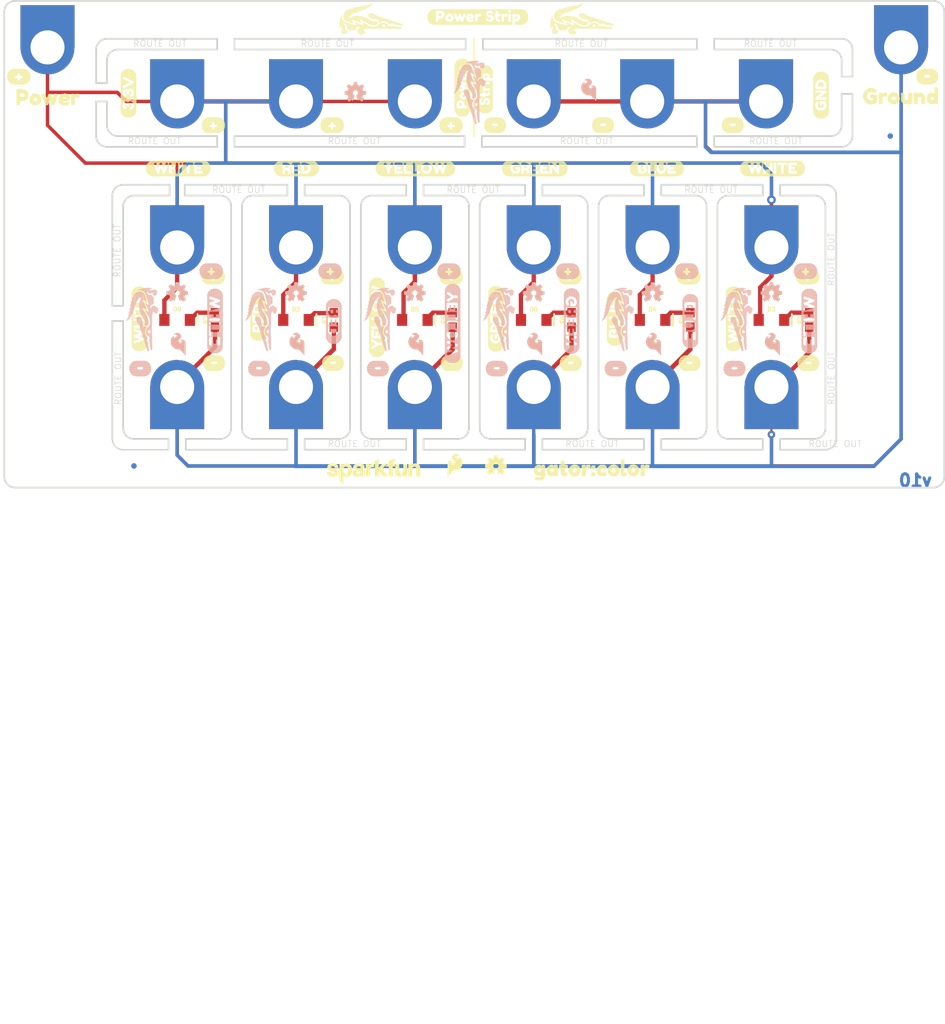
<source format=kicad_pcb>
(kicad_pcb (version 20211014) (generator pcbnew)
  (layers (0 "F.Cu" signal) (31 "B.Cu" signal) (34 "B.Paste" user) (35 "F.Paste" user) (36 "B.SilkS" user "B.Silkscreen") (37 "F.SilkS" user "F.Silkscreen") (38 "B.Mask" user) (39 "F.Mask" user) (44 "Edge.Cuts" user))
  (net 0 "")
  (net 1 "3.3V")
  (net 2 "GND")
  (net 3 "N$1")
  (net 4 "N$3")
  (net 5 "N$4")
  (net 6 "N$5")
  (net 7 "N$6")
  (net 8 "N$7")
  (footprint "boardEagle:#8" (layer "F.Cu") (at 133.2611 91.0336 180)
    (fp_text reference "U$14" hide)
    (fp_text value "" hide)
  )
  (footprint "" (layer "F.Cu") (at 147.8661 92.6846)
    (fp_text reference "@HOLE3" hide)
    (fp_text value "")
  )
  (footprint "boardEagle:#9" (layer "F.Cu") (at 203.1111 85.3186 180)
    (fp_text reference "U$95" hide)
    (fp_text value "" hide)
  )
  (footprint "boardEagle:YELLOW5" (layer "F.Cu") (at 137.0711 118.3386 90)
    (fp_text reference "U$49" hide)
    (fp_text value "" hide)
  )
  (footprint "boardEagle:#9" (layer "F.Cu") (at 175.1711 118.9736 180)
    (fp_text reference "U$56" hide)
    (fp_text value "" hide)
  )
  (footprint "boardEagle:TAB_GATOR_MINI" (layer "F.Cu") (at 141.5161 83.4136 180)
    (fp_text reference "U$10" hide)
    (fp_text value "TAB_GATOR_MINI" hide)
  )
  (footprint "" (layer "F.Cu") (at 155.9941 98.9076)
    (fp_text reference "@HOLE16" hide)
    (fp_text value "")
  )
  (footprint "boardEagle:3#3V1" (layer "F.Cu") (at 107.8611 90.2716 90)
    (fp_text reference "U$25" hide)
    (fp_text value "" hide)
  )
  (footprint "boardEagle:TAB_GATOR_MINI" (layer "F.Cu") (at 169.4561 126.5936)
    (fp_text reference "U$1" hide)
    (fp_text value "TAB_GATOR_MINI" hide)
  )
  (footprint "boardEagle:#8" (layer "F.Cu") (at 133.2611 108.8136 180)
    (fp_text reference "U$62" hide)
    (fp_text value "" hide)
  )
  (footprint "boardEagle:YELLOW5" (layer "F.Cu") (at 136.8171 96.1136)
    (fp_text reference "U$48" hide)
    (fp_text value "" hide)
  )
  (footprint "" (layer "F.Cu") (at 118.7831 92.6846)
    (fp_text reference "@HOLE0" hide)
    (fp_text value "")
  )
  (footprint "boardEagle:POWER1" (layer "F.Cu") (at 147.1041 90.1446 90)
    (fp_text reference "U$27" hide)
    (fp_text value "" hide)
  )
  (footprint "" (layer "F.Cu") (at 154.9781 98.9076)
    (fp_text reference "@HOLE15" hide)
    (fp_text value "")
  )
  (footprint "boardEagle:WHITE6" (layer "F.Cu") (at 109.1311 117.7036 90)
    (fp_text reference "U$47" hide)
    (fp_text value "" hide)
  )
  (footprint "boardEagle:TAB_GATOR_MINI" (layer "F.Cu") (at 141.5161 126.5936)
    (fp_text reference "U$8" hide)
    (fp_text value "TAB_GATOR_MINI" hide)
  )
  (footprint "" (layer "F.Cu") (at 119.7991 92.6846)
    (fp_text reference "@HOLE2" hide)
    (fp_text value "")
  )
  (footprint "boardEagle:TAB_GATOR_MINI" (layer "F.Cu") (at 141.5161 100.5586 180)
    (fp_text reference "U$13" hide)
    (fp_text value "TAB_GATOR_MINI" hide)
  )
  (footprint "boardEagle:WHITE6" (layer "F.Cu") (at 109.7661 96.1136)
    (fp_text reference "U$45" hide)
    (fp_text value "" hide)
  )
  (footprint "boardEagle:GND0" (layer "F.Cu") (at 189.2681 90.3986 90)
    (fp_text reference "U$26" hide)
    (fp_text value "" hide)
  )
  (footprint "" (layer "F.Cu") (at 114.0841 99.0346)
    (fp_text reference "@HOLE10" hide)
    (fp_text value "")
  )
  (footprint "boardEagle:#9" (layer "F.Cu") (at 147.2311 118.9736 180)
    (fp_text reference "U$61" hide)
    (fp_text value "" hide)
  )
  (footprint "boardEagle:0603" (layer "F.Cu") (at 187.8711 113.8936 90)
    (fp_text reference "R3")
    (fp_text value "330")
  )
  (footprint "boardEagle:SFE_LOGO_NAME_.1" (layer "F.Cu") (at 130.7211 133.5786)
    (fp_text reference "LOGO16" hide)
    (fp_text value "SFE_LOGO_NAME.1_INCH" hide)
  )
  (footprint "boardEagle:TAB_GATOR_MINI" (layer "F.Cu") (at 155.4861 83.4136 180)
    (fp_text reference "U$30" hide)
    (fp_text value "TAB_GATOR_MINI" hide)
  )
  (footprint "boardEagle:TAB_GATOR_MINI" (layer "F.Cu") (at 183.4261 100.5586 180)
    (fp_text reference "U$19" hide)
    (fp_text value "TAB_GATOR_MINI" hide)
  )
  (footprint "boardEagle:TAB_GATOR_MINI" (layer "F.Cu") (at 113.5761 100.5586 180)
    (fp_text reference "U$33" hide)
    (fp_text value "TAB_GATOR_MINI" hide)
  )
  (footprint "boardEagle:TAB_GATOR_MINI" (layer "F.Cu") (at 98.3361 77.0636 180)
    (fp_text reference "U$32" hide)
    (fp_text value "TAB_GATOR_MINI" hide)
  )
  (footprint "boardEagle:TAB_GATOR_MINI" (layer "F.Cu") (at 113.5761 83.4136 180)
    (fp_text reference "U$21" hide)
    (fp_text value "TAB_GATOR_MINI" hide)
  )
  (footprint "boardEagle:POWER_STRIP0" (layer "F.Cu") (at 142.9131 78.3336)
    (fp_text reference "U$5" hide)
    (fp_text value "" hide)
  )
  (footprint "boardEagle:TAB_GATOR_MINI" (layer "F.Cu") (at 127.5461 83.4136 180)
    (fp_text reference "U$34" hide)
    (fp_text value "TAB_GATOR_MINI" hide)
  )
  (footprint "boardEagle:#8" (layer "F.Cu") (at 96.4311 85.3186 180)
    (fp_text reference "U$77" hide)
    (fp_text value "" hide)
  )
  (footprint "" (layer "F.Cu") (at 182.9181 128.2446)
    (fp_text reference "@HOLE21" hide)
    (fp_text value "")
  )
  (footprint "boardEagle:#9" (layer "F.Cu") (at 133.2611 118.9736 180)
    (fp_text reference "U$63" hide)
    (fp_text value "" hide)
  )
  (footprint "" (layer "F.Cu") (at 154.9781 128.2446)
    (fp_text reference "@HOLE25" hide)
    (fp_text value "")
  )
  (footprint "boardEagle:POWER2" (layer "F.Cu") (at 93.0021 87.7316)
    (fp_text reference "U$43" hide)
    (fp_text value "" hide)
  )
  (footprint "" (layer "F.Cu") (at 175.1711 81.7626)
    (fp_text reference "@HOLE40" hide)
    (fp_text value "")
  )
  (footprint "" (layer "F.Cu") (at 168.9481 98.9076)
    (fp_text reference "@HOLE17" hide)
    (fp_text value "")
  )
  (footprint "boardEagle:REVISION" (layer "F.Cu") (at 126.9111 145.0086)
    (fp_text reference "LOGO8" hide)
    (fp_text value "REVISION" hide)
  )
  (footprint "boardEagle:BLUE4" (layer "F.Cu") (at 165.0111 117.0686 90)
    (fp_text reference "U$37" hide)
    (fp_text value "" hide)
  )
  (footprint "" (layer "F.Cu") (at 141.0081 98.9076)
    (fp_text reference "@HOLE13" hide)
    (fp_text value "")
  )
  (footprint "boardEagle:0603" (layer "F.Cu") (at 131.9911 113.8936 90)
    (fp_text reference "R2")
    (fp_text value "330")
  )
  (footprint "boardEagle:TAB_GATOR_MINI" (layer "F.Cu") (at 182.7911 83.4136 180)
    (fp_text reference "U$11" hide)
    (fp_text value "TAB_GATOR_MINI" hide)
  )
  (footprint "boardEagle:#9" (layer "F.Cu") (at 119.2911 118.9736 180)
    (fp_text reference "U$65" hide)
    (fp_text value "" hide)
  )
  (footprint "boardEagle:BLUE4" (layer "F.Cu") (at 166.6621 96.1136)
    (fp_text reference "U$36" hide)
    (fp_text value "" hide)
  )
  (footprint "boardEagle:LED-1206" (layer "F.Cu") (at 127.5461 113.8936)
    (fp_text reference "D2")
    (fp_text value "RED")
  )
  (footprint "" (layer "F.Cu") (at 155.9941 128.2446)
    (fp_text reference "@HOLE26" hide)
    (fp_text value "")
  )
  (footprint "" (layer "F.Cu") (at 148.8821 92.6846)
    (fp_text reference "@HOLE5" hide)
    (fp_text value "")
  )
  (footprint "" (layer "F.Cu") (at 169.9641 128.2446)
    (fp_text reference "@HOLE24" hide)
    (fp_text value "")
  )
  (footprint "boardEagle:GATOR#PNG" (layer "F.Cu") (at 136.0551 78.4606)
    (fp_text reference "U$50" hide)
    (fp_text value "" hide)
  )
  (footprint "boardEagle:OSHW-LOGO-MINI" (layer "F.Cu") (at 151.0411 131.0386)
    (fp_text reference "LOGO15" hide)
    (fp_text value "OSHW-LOGOMINI" hide)
  )
  (footprint "boardEagle:STRIP2" (layer "F.Cu") (at 149.7711 89.7636 90)
    (fp_text reference "U$35" hide)
    (fp_text value "" hide)
  )
  (footprint "" (layer "F.Cu") (at 191.9351 85.8266)
    (fp_text reference "@HOLE7" hide)
    (fp_text value "")
  )
  (footprint "boardEagle:#9" (layer "F.Cu") (at 161.2011 118.9736 180)
    (fp_text reference "U$58" hide)
    (fp_text value "" hide)
  )
  (footprint "" (layer "F.Cu") (at 104.9401 86.5886)
    (fp_text reference "@HOLE36" hide)
    (fp_text value "")
  )
  (footprint "" (layer "F.Cu") (at 142.0241 128.2446)
    (fp_text reference "@HOLE28" hide)
    (fp_text value "")
  )
  (footprint "" (layer "F.Cu") (at 142.0241 98.9076)
    (fp_text reference "@HOLE14" hide)
    (fp_text value "")
  )
  (footprint "" (layer "F.Cu") (at 119.7991 81.7626)
    (fp_text reference "@HOLE39" hide)
    (fp_text value "")
  )
  (footprint "" (layer "F.Cu") (at 113.0681 128.2446)
    (fp_text reference "@HOLE31" hide)
    (fp_text value "")
  )
  (footprint "boardEagle:TAB_GATOR_MINI" (layer "F.Cu") (at 155.4861 126.5936)
    (fp_text reference "U$7" hide)
    (fp_text value "TAB_GATOR_MINI" hide)
  )
  (footprint "boardEagle:GROUND3" (layer "F.Cu") (at 192.5701 87.6046)
    (fp_text reference "U$9" hide)
    (fp_text value "" hide)
  )
  (footprint "boardEagle:TAB_GATOR_MINI" (layer "F.Cu") (at 198.6661 77.0636 180)
    (fp_text reference "U$38" hide)
    (fp_text value "TAB_GATOR_MINI" hide)
  )
  (footprint "" (layer "F.Cu") (at 183.9341 128.2446)
    (fp_text reference "@HOLE22" hide)
    (fp_text value "")
  )
  (footprint "boardEagle:TAB_GATOR_MINI" (layer "F.Cu") (at 183.4261 126.5936)
    (fp_text reference "U$6" hide)
    (fp_text value "TAB_GATOR_MINI" hide)
  )
  (footprint "boardEagle:SFE_LOGO_FLAME_.1" (layer "F.Cu") (at 145.0721 132.5626)
    (fp_text reference "LOGO17" hide)
    (fp_text value "SFE_LOGO_FLAME.1_INCH" hide)
  )
  (footprint "boardEagle:TAB_GATOR_MINI" (layer "F.Cu") (at 169.4561 100.5586 180)
    (fp_text reference "U$20" hide)
    (fp_text value "TAB_GATOR_MINI" hide)
  )
  (footprint "boardEagle:TAB_GATOR_MINI" (layer "F.Cu") (at 113.5761 126.5936)
    (fp_text reference "U$2" hide)
    (fp_text value "TAB_GATOR_MINI" hide)
  )
  (footprint "boardEagle:RED2" (layer "F.Cu") (at 123.1011 116.4336 90)
    (fp_text reference "U$42" hide)
    (fp_text value "" hide)
  )
  (footprint "boardEagle:#9" (layer "F.Cu") (at 189.1411 118.9736 180)
    (fp_text reference "U$54" hide)
    (fp_text value "" hide)
  )
  (footprint "boardEagle:LED-1206" (layer "F.Cu") (at 141.5161 113.8936)
    (fp_text reference "D5")
    (fp_text value "Yellow")
  )
  (footprint "boardEagle:TAB_GATOR_MINI" (layer "F.Cu") (at 168.8211 83.4136 180)
    (fp_text reference "U$28" hide)
    (fp_text value "TAB_GATOR_MINI" hide)
  )
  (footprint "boardEagle:ORDERING_INSTRUCTIONS" (layer "F.Cu") (at 96.4311 145.6436)
    (fp_text reference "U$4" hide)
    (fp_text value "" hide)
  )
  (footprint "" (layer "F.Cu") (at 176.1871 92.5576)
    (fp_text reference "@HOLE6" hide)
    (fp_text value "")
  )
  (footprint "boardEagle:#8" (layer "F.Cu") (at 189.1411 108.8136 180)
    (fp_text reference "U$53" hide)
    (fp_text value "" hide)
  )
  (footprint "" (layer "F.Cu") (at 104.9401 87.7316)
    (fp_text reference "@HOLE35" hide)
    (fp_text value "")
  )
  (footprint "boardEagle:0603" (layer "F.Cu") (at 118.0211 113.8936 90)
    (fp_text reference "R7")
    (fp_text value "330")
  )
  (footprint "" (layer "F.Cu") (at 114.0841 128.2446)
    (fp_text reference "@HOLE32" hide)
    (fp_text value "")
  )
  (footprint "boardEagle:0603" (layer "F.Cu") (at 159.9311 113.8936 90)
    (fp_text reference "R6")
    (fp_text value "150")
  )
  (footprint "boardEagle:TAB_GATOR_MINI" (layer "F.Cu") (at 127.5461 100.5586 180)
    (fp_text reference "U$18" hide)
    (fp_text value "TAB_GATOR_MINI" hide)
  )
  (footprint "boardEagle:0603" (layer "F.Cu") (at 173.9011 113.8936 90)
    (fp_text reference "R4")
    (fp_text value "150")
  )
  (footprint "" (layer "F.Cu") (at 175.1711 92.5576)
    (fp_text reference "@HOLE4" hide)
    (fp_text value "")
  )
  (footprint "" (layer "F.Cu") (at 147.9931 81.7626)
    (fp_text reference "@HOLE1" hide)
    (fp_text value "")
  )
  (footprint "" (layer "F.Cu") (at 127.0381 128.2446)
    (fp_text reference "@HOLE29" hide)
    (fp_text value "")
  )
  (footprint "" (layer "F.Cu") (at 182.9181 98.9076)
    (fp_text reference "@HOLE19" hide)
    (fp_text value "")
  )
  (footprint "boardEagle:#8" (layer "F.Cu") (at 147.2311 108.8136 180)
    (fp_text reference "U$60" hide)
    (fp_text value "" hide)
  )
  (footprint "boardEagle:#9" (layer "F.Cu") (at 152.3111 91.0336 180)
    (fp_text reference "U$22" hide)
    (fp_text value "" hide)
  )
  (footprint "boardEagle:#9" (layer "F.Cu") (at 180.2511 91.0336 180)
    (fp_text reference "U$24" hide)
    (fp_text value "" hide)
  )
  (footprint "boardEagle:0603" (layer "F.Cu") (at 145.9611 113.8936 90)
    (fp_text reference "R5")
    (fp_text value "330")
  )
  (footprint "" (layer "F.Cu") (at 118.7831 81.7626)
    (fp_text reference "@HOLE38" hide)
    (fp_text value "")
  )
  (footprint "boardEagle:LED-1206" (layer "F.Cu") (at 155.4861 113.8936)
    (fp_text reference "D6")
    (fp_text value "GREEN")
  )
  (footprint "boardEagle:WHITE6" (layer "F.Cu") (at 178.9811 117.7036 90)
    (fp_text reference "U$46" hide)
    (fp_text value "" hide)
  )
  (footprint "" (layer "F.Cu") (at 113.0681 99.0346)
    (fp_text reference "@HOLE9" hide)
    (fp_text value "")
  )
  (footprint "" (layer "F.Cu") (at 126.9111 98.9076)
    (fp_text reference "@HOLE11" hide)
    (fp_text value "")
  )
  (footprint "" (layer "F.Cu") (at 168.9481 128.2446)
    (fp_text reference "@HOLE23" hide)
    (fp_text value "")
  )
  (footprint "boardEagle:FIDUCIAL-MICRO" (layer "F.Cu") (at 197.3961 92.3036)
    (fp_text reference "FD3" hide)
    (fp_text value "FIDUCIALUFIDUCIAL" hide)
  )
  (footprint "boardEagle:CREATIVE_COMMONS" (layer "F.Cu") (at 115.4811 142.4686)
    (fp_text reference "FRAME1" hide)
    (fp_text value "FRAME-LETTER" hide)
  )
  (footprint "boardEagle:#8" (layer "F.Cu") (at 161.2011 108.8136 180)
    (fp_text reference "U$57" hide)
    (fp_text value "" hide)
  )
  (footprint "" (layer "F.Cu") (at 106.9721 113.6396)
    (fp_text reference "@HOLE34" hide)
    (fp_text value "")
  )
  (footprint "boardEagle:GREEN3" (layer "F.Cu") (at 151.6761 96.1136)
    (fp_text reference "U$39" hide)
    (fp_text value "" hide)
  )
  (footprint "boardEagle:LED-1206" (layer "F.Cu") (at 183.4261 113.8936)
    (fp_text reference "D3")
    (fp_text value "WHITE")
  )
  (footprint "" (layer "F.Cu") (at 106.9721 112.6236)
    (fp_text reference "@HOLE33" hide)
    (fp_text value "")
  )
  (footprint "" (layer "F.Cu") (at 128.1811 98.9076)
    (fp_text reference "@HOLE12" hide)
    (fp_text value "")
  )
  (footprint "boardEagle:#9" (layer "F.Cu") (at 165.0111 91.0336 180)
    (fp_text reference "U$23" hide)
    (fp_text value "" hide)
  )
  (footprint "boardEagle:TAB_GATOR_MINI" (layer "F.Cu") (at 127.5461 126.5936)
    (fp_text reference "U$3" hide)
    (fp_text value "TAB_GATOR_MINI" hide)
  )
  (footprint "boardEagle:LED-1206" (layer "F.Cu") (at 169.4561 113.8936)
    (fp_text reference "D4")
    (fp_text value "BLUE")
  )
  (footprint "boardEagle:#8" (layer "F.Cu") (at 147.2311 91.0336 180)
    (fp_text reference "U$15" hide)
    (fp_text value "" hide)
  )
  (footprint "boardEagle:WHITE6" (layer "F.Cu") (at 179.6161 96.1136)
    (fp_text reference "U$44" hide)
    (fp_text value "" hide)
  )
  (footprint "boardEagle:LED-1206" (layer "F.Cu") (at 113.5761 113.8936)
    (fp_text reference "D9")
    (fp_text value "WHITE")
  )
  (footprint "boardEagle:FIDUCIAL-MICRO" (layer "F.Cu") (at 108.4961 131.0386)
    (fp_text reference "FD1" hide)
    (fp_text value "FIDUCIALUFIDUCIAL" hide)
  )
  (footprint "boardEagle:#8" (layer "F.Cu") (at 175.1711 108.8136 180)
    (fp_text reference "U$55" hide)
    (fp_text value "" hide)
  )
  (footprint "" (layer "F.Cu") (at 191.9351 86.8426)
    (fp_text reference "@HOLE8" hide)
    (fp_text value "")
  )
  (footprint "boardEagle:#8" (layer "F.Cu") (at 119.2911 108.8136 180)
    (fp_text reference "U$64" hide)
    (fp_text value "" hide)
  )
  (footprint "" (layer "F.Cu") (at 141.0081 128.2446)
    (fp_text reference "@HOLE27" hide)
    (fp_text value "")
  )
  (footprint "boardEagle:RED2" (layer "F.Cu") (at 124.8791 96.1136)
    (fp_text reference "U$41" hide)
    (fp_text value "" hide)
  )
  (footprint "" (layer "F.Cu") (at 176.1871 81.7626)
    (fp_text reference "@HOLE41" hide)
    (fp_text value "")
  )
  (footprint "boardEagle:GREEN3" (layer "F.Cu") (at 151.0411 117.7036 90)
    (fp_text reference "U$40" hide)
    (fp_text value "" hide)
  )
  (footprint "" (layer "F.Cu") (at 128.0541 128.2446)
    (fp_text reference "@HOLE30" hide)
    (fp_text value "")
  )
  (footprint "boardEagle:GATOR#PNG" (layer "F.Cu") (at 160.8201 78.4606)
    (fp_text reference "U$31" hide)
    (fp_text value "" hide)
  )
  (footprint "boardEagle:GATOR#COLOR0" (layer "F.Cu") (at 153.8351 131.2926)
    (fp_text reference "U$51" hide)
    (fp_text value "" hide)
  )
  (footprint "" (layer "F.Cu") (at 149.0091 81.7626)
    (fp_text reference "@HOLE37" hide)
    (fp_text value "")
  )
  (footprint "boardEagle:#8" (layer "F.Cu") (at 119.2911 91.0336 180)
    (fp_text reference "U$12" hide)
    (fp_text value "" hide)
  )
  (footprint "" (layer "F.Cu") (at 169.9641 98.9076)
    (fp_text reference "@HOLE18" hide)
    (fp_text value "")
  )
  (footprint "boardEagle:TAB_GATOR_MINI" (layer "F.Cu") (at 155.4861 100.5586 180)
    (fp_text reference "U$16" hide)
    (fp_text value "TAB_GATOR_MINI" hide)
  )
  (footprint "" (layer "F.Cu") (at 183.9341 98.9076)
    (fp_text reference "@HOLE20" hide)
    (fp_text value "")
  )
  (footprint "boardEagle:#9" (layer "B.Cu") (at 121.8311 119.6086)
    (fp_text reference "U$89" hide)
    (fp_text value "" hide)
  )
  (footprint "boardEagle:GATOR#PNG" (layer "B.Cu") (at 109.3851 113.5126 -90)
    (fp_text reference "U$68" hide)
    (fp_text value "" hide)
  )
  (footprint "boardEagle:GATOR#PNG" (layer "B.Cu") (at 137.3251 113.5126 -90)
    (fp_text reference "U$70" hide)
    (fp_text value "" hide)
  )
  (footprint "boardEagle:GREEN3" (layer "B.Cu") (at 159.9311 110.0836 -90)
    (fp_text reference "U$67" hide)
    (fp_text value "" hide)
  )
  (footprint "boardEagle:SFE_LOGO_FLAME_.1" (layer "B.Cu") (at 114.8461 118.3386 180)
    (fp_text reference "LOGO1" hide)
    (fp_text value "SFE_LOGO_FLAME.1_INCH" hide)
  )
  (footprint "boardEagle:WHITE6" (layer "B.Cu") (at 118.0211 110.0836 -90)
    (fp_text reference "U$79" hide)
    (fp_text value "" hide)
  )
  (footprint "boardEagle:OSHW-LOGO-MINI" (layer "B.Cu") (at 127.5461 110.7186 180)
    (fp_text reference "LOGO3" hide)
    (fp_text value "OSHW-LOGOMINI" hide)
  )
  (footprint "boardEagle:SFE_LOGO_FLAME_.1" (layer "B.Cu") (at 156.7561 118.3386 180)
    (fp_text reference "LOGO11" hide)
    (fp_text value "SFE_LOGO_FLAME.1_INCH" hide)
  )
  (footprint "boardEagle:YELLOW5" (layer "B.Cu") (at 145.9611 109.5756 -90)
    (fp_text reference "U$76" hide)
    (fp_text value "" hide)
  )
  (footprint "boardEagle:OSHW-LOGO-MINI" (layer "B.Cu") (at 141.5161 110.7186 180)
    (fp_text reference "LOGO4" hide)
    (fp_text value "OSHW-LOGOMINI" hide)
  )
  (footprint "boardEagle:#8" (layer "B.Cu") (at 185.9661 108.1786)
    (fp_text reference "U$87" hide)
    (fp_text value "" hide)
  )
  (footprint "boardEagle:FIDUCIAL-MICRO" (layer "B.Cu") (at 108.4961 131.0386 180)
    (fp_text reference "FD2" hide)
    (fp_text value "FIDUCIALUFIDUCIAL" hide)
  )
  (footprint "boardEagle:SFE_LOGO_FLAME_.1" (layer "B.Cu") (at 184.6961 118.3386 180)
    (fp_text reference "LOGO13" hide)
    (fp_text value "SFE_LOGO_FLAME.1_INCH" hide)
  )
  (footprint "boardEagle:OSHW-LOGO-MINI" (layer "B.Cu") (at 113.5761 110.7186 180)
    (fp_text reference "LOGO2" hide)
    (fp_text value "OSHW-LOGOMINI" hide)
  )
  (footprint "boardEagle:GATOR#PNG" (layer "B.Cu") (at 147.8661 86.8426 -90)
    (fp_text reference "U$29" hide)
    (fp_text value "" hide)
  )
  (footprint "boardEagle:GATOR#PNG" (layer "B.Cu") (at 165.2651 113.5126 -90)
    (fp_text reference "U$72" hide)
    (fp_text value "" hide)
  )
  (footprint "boardEagle:GATOR#PNG" (layer "B.Cu") (at 123.3551 113.5126 -90)
    (fp_text reference "U$69" hide)
    (fp_text value "" hide)
  )
  (footprint "boardEagle:#9" (layer "B.Cu") (at 135.8011 119.6086)
    (fp_text reference "U$90" hide)
    (fp_text value "" hide)
  )
  (footprint "boardEagle:#8" (layer "B.Cu") (at 130.0861 108.1786)
    (fp_text reference "U$83" hide)
    (fp_text value "" hide)
  )
  (footprint "boardEagle:RED2" (layer "B.Cu") (at 131.9911 111.3536 -90)
    (fp_text reference "U$17" hide)
    (fp_text value "" hide)
  )
  (footprint "boardEagle:BLUE4" (layer "B.Cu") (at 173.9011 110.7186 -90)
    (fp_text reference "U$75" hide)
    (fp_text value "" hide)
  )
  (footprint "boardEagle:#9" (layer "B.Cu") (at 177.7111 119.6086)
    (fp_text reference "U$93" hide)
    (fp_text value "" hide)
  )
  (footprint "boardEagle:SFE_LOGO_FLAME_.1" (layer "B.Cu") (at 170.7261 118.3386 180)
    (fp_text reference "LOGO12" hide)
    (fp_text value "SFE_LOGO_FLAME.1_INCH" hide)
  )
  (footprint "boardEagle:OSHW-LOGO-MINI" (layer "B.Cu") (at 183.4261 110.7186 180)
    (fp_text reference "LOGO7" hide)
    (fp_text value "OSHW-LOGOMINI" hide)
  )
  (footprint "boardEagle:OSHW-LOGO-MINI" (layer "B.Cu") (at 155.4861 110.7186 180)
    (fp_text reference "LOGO5" hide)
    (fp_text value "OSHW-LOGOMINI" hide)
  )
  (footprint "boardEagle:#8" (layer "B.Cu") (at 158.0261 108.1786)
    (fp_text reference "U$85" hide)
    (fp_text value "" hide)
  )
  (footprint "boardEagle:WHITE6" (layer "B.Cu") (at 187.8711 110.0836 -90)
    (fp_text reference "U$78" hide)
    (fp_text value "" hide)
  )
  (footprint "boardEagle:#8" (layer "B.Cu") (at 171.9961 108.1786)
    (fp_text reference "U$86" hide)
    (fp_text value "" hide)
  )
  (footprint "boardEagle:OSHW-LOGO-MINI" (layer "B.Cu") (at 169.4561 110.7186 180)
    (fp_text reference "LOGO6" hide)
    (fp_text value "OSHW-LOGOMINI" hide)
  )
  (footprint "boardEagle:GATOR#PNG" (layer "B.Cu") (at 179.2351 113.5126 -90)
    (fp_text reference "U$73" hide)
    (fp_text value "" hide)
  )
  (footprint "boardEagle:FIDUCIAL-MICRO" (layer "B.Cu") (at 197.3961 92.3036 180)
    (fp_text reference "FD4" hide)
    (fp_text value "FIDUCIALUFIDUCIAL" hide)
  )
  (footprint "boardEagle:SFE_LOGO_FLAME_.1" (layer "B.Cu") (at 128.8161 118.3386 180)
    (fp_text reference "LOGO9" hide)
    (fp_text value "SFE_LOGO_FLAME.1_INCH" hide)
  )
  (footprint "boardEagle:#8" (layer "B.Cu") (at 116.1161 108.1786)
    (fp_text reference "U$81" hide)
    (fp_text value "" hide)
  )
  (footprint "boardEagle:OSHW-LOGO-MINI" (layer "B.Cu") (at 134.5311 87.2236 180)
    (fp_text reference "LOGO18" hide)
    (fp_text value "OSHW-LOGOMINI" hide)
  )
  (footprint "boardEagle:SFE_LOGO_FLAME_.1" (layer "B.Cu") (at 142.7861 118.3386 180)
    (fp_text reference "LOGO10" hide)
    (fp_text value "SFE_LOGO_FLAME.1_INCH" hide)
  )
  (footprint "boardEagle:#8" (layer "B.Cu") (at 144.0561 108.1786)
    (fp_text reference "U$84" hide)
    (fp_text value "" hide)
  )
  (footprint "boardEagle:SFE_LOGO_FLAME_.1" (layer "B.Cu") (at 163.1061 88.4936 180)
    (fp_text reference "LOGO19" hide)
    (fp_text value "SFE_LOGO_FLAME.1_INCH" hide)
  )
  (footprint "boardEagle:GATOR#PNG" (layer "B.Cu") (at 151.2951 113.5126 -90)
    (fp_text reference "U$71" hide)
    (fp_text value "" hide)
  )
  (footprint "boardEagle:#9" (layer "B.Cu") (at 163.7411 119.6086)
    (fp_text reference "U$92" hide)
    (fp_text value "" hide)
  )
  (footprint "boardEagle:#9" (layer "B.Cu") (at 107.8611 119.6086)
    (fp_text reference "U$82" hide)
    (fp_text value "" hide)
  )
  (footprint "boardEagle:#9" (layer "B.Cu") (at 149.7711 119.6086)
    (fp_text reference "U$91" hide)
    (fp_text value "" hide)
  )
  (gr_line (start 148.5011 80.8736) (end 148.5011 92.3036) (layer "F.SilkS") (width 0.2032))
  (gr_arc (start 191.0461 127.8636) (mid 190.674126 128.761626) (end 189.7761 129.1336) (layer "Edge.Cuts") (width 0.2032))
  (gr_line (start 163.1061 126.5936) (end 163.1061 100.5586) (layer "Edge.Cuts") (width 0.2032))
  (gr_arc (start 203.7461 132.3086) (mid 203.374126 133.206626) (end 202.4761 133.5786) (layer "Edge.Cuts") (width 0.2032))
  (gr_line (start 112.6871 99.2886) (end 112.6871 98.0186) (layer "Edge.Cuts") (width 0.2032))
  (gr_line (start 192.9511 82.1436) (end 192.9511 85.3186) (layer "Edge.Cuts") (width 0.2032))
  (gr_line (start 149.3901 92.3036) (end 149.3901 93.5736) (layer "Edge.Cuts") (width 0.2032))
  (gr_line (start 128.5621 99.2886) (end 128.5621 98.0186) (layer "Edge.Cuts") (width 0.2032))
  (gr_arc (start 160.5661 99.2886) (mid 161.464126 99.660574) (end 161.8361 100.5586) (layer "Edge.Cuts") (width 0.2032))
  (gr_line (start 147.3581 93.5736) (end 147.3581 92.3036) (layer "Edge.Cuts") (width 0.2032))
  (gr_arc (start 190.4111 82.1436) (mid 191.309126 82.515574) (end 191.6811 83.4136) (layer "Edge.Cuts") (width 0.2032))
  (gr_line (start 191.6811 87.3506) (end 192.9511 87.3506) (layer "Edge.Cuts") (width 0.2032))
  (gr_line (start 147.8661 126.5936) (end 147.8661 100.5586) (layer "Edge.Cuts") (width 0.2032))
  (gr_line (start 142.5321 98.0186) (end 154.4701 98.0186) (layer "Edge.Cuts") (width 0.2032))
  (gr_arc (start 94.5261 133.5786) (mid 93.628074 133.206626) (end 93.2561 132.3086) (layer "Edge.Cuts") (width 0.2032))
  (gr_line (start 128.5621 127.8636) (end 128.5621 129.1336) (layer "Edge.Cuts") (width 0.2032))
  (gr_line (start 146.5961 99.2886) (end 142.5321 99.2886) (layer "Edge.Cuts") (width 0.2032))
  (gr_line (start 128.5621 129.1336) (end 140.5001 129.1336) (layer "Edge.Cuts") (width 0.2032))
  (gr_line (start 120.3071 92.3036) (end 120.3071 93.5736) (layer "Edge.Cuts") (width 0.2032))
  (gr_line (start 170.4721 129.1336) (end 182.4101 129.1336) (layer "Edge.Cuts") (width 0.2032))
  (gr_line (start 107.2261 114.0206) (end 105.9561 114.0206) (layer "Edge.Cuts") (width 0.2032))
  (gr_line (start 190.4111 92.3036) (end 176.6951 92.3036) (layer "Edge.Cuts") (width 0.2032))
  (gr_arc (start 105.9561 99.2886) (mid 106.328074 98.390574) (end 107.2261 98.0186) (layer "Edge.Cuts") (width 0.2032))
  (gr_line (start 177.0761 126.5936) (end 177.0761 100.5586) (layer "Edge.Cuts") (width 0.2032))
  (gr_line (start 176.6951 80.8736) (end 191.6811 80.8736) (layer "Edge.Cuts") (width 0.2032))
  (gr_line (start 118.2751 80.8736) (end 105.3211 80.8736) (layer "Edge.Cuts") (width 0.2032))
  (gr_line (start 202.4761 133.5786) (end 94.5261 133.5786) (layer "Edge.Cuts") (width 0.2032))
  (gr_line (start 128.5621 127.8636) (end 132.6261 127.8636) (layer "Edge.Cuts") (width 0.2032))
  (gr_line (start 118.2751 92.3036) (end 118.2751 93.5736) (layer "Edge.Cuts") (width 0.2032))
  (gr_line (start 118.2751 93.5736) (end 105.3211 93.5736) (layer "Edge.Cuts") (width 0.2032))
  (gr_line (start 120.3071 92.3036) (end 147.3581 92.3036) (layer "Edge.Cuts") (width 0.2032))
  (gr_line (start 161.8361 126.5936) (end 161.8361 100.5586) (layer "Edge.Cuts") (width 0.2032))
  (gr_line (start 184.4421 98.0186) (end 189.7761 98.0186) (layer "Edge.Cuts") (width 0.2032))
  (gr_arc (start 146.5961 99.2886) (mid 147.494126 99.660574) (end 147.8661 100.5586) (layer "Edge.Cuts") (width 0.2032))
  (gr_line (start 174.6631 80.8736) (end 174.6631 82.1436) (layer "Edge.Cuts") (width 0.2032))
  (gr_line (start 140.5001 127.8636) (end 136.4361 127.8636) (layer "Edge.Cuts") (width 0.2032))
  (gr_line (start 156.5021 98.0186) (end 168.4401 98.0186) (layer "Edge.Cuts") (width 0.2032))
  (gr_line (start 170.4721 127.8636) (end 170.4721 129.1336) (layer "Edge.Cuts") (width 0.2032))
  (gr_line (start 154.4701 99.2886) (end 150.4061 99.2886) (layer "Edge.Cuts") (width 0.2032))
  (gr_line (start 156.5021 127.8636) (end 156.5021 129.1336) (layer "Edge.Cuts") (width 0.2032))
  (gr_line (start 184.4421 127.8636) (end 188.5061 127.8636) (layer "Edge.Cuts") (width 0.2032))
  (gr_line (start 149.5171 80.8736) (end 174.6631 80.8736) (layer "Edge.Cuts") (width 0.2032))
  (gr_line (start 168.4401 98.0186) (end 168.4401 99.2886) (layer "Edge.Cuts") (width 0.2032))
  (gr_line (start 170.4721 98.0186) (end 182.4101 98.0186) (layer "Edge.Cuts") (width 0.2032))
  (gr_arc (start 202.4761 76.4286) (mid 203.374126 76.800574) (end 203.7461 77.6986) (layer "Edge.Cuts") (width 0.2032))
  (gr_arc (start 174.5361 99.2886) (mid 175.434126 99.660574) (end 175.8061 100.5586) (layer "Edge.Cuts") (width 0.2032))
  (gr_line (start 105.9561 99.2886) (end 105.9561 112.2426) (layer "Edge.Cuts") (width 0.2032))
  (gr_arc (start 149.1361 100.5586) (mid 149.508074 99.660574) (end 150.4061 99.2886) (layer "Edge.Cuts") (width 0.2032))
  (gr_arc (start 147.8661 126.5936) (mid 147.494126 127.491626) (end 146.5961 127.8636) (layer "Edge.Cuts") (width 0.2032))
  (gr_line (start 105.3211 86.0806) (end 105.3211 83.4136) (layer "Edge.Cuts") (width 0.2032))
  (gr_line (start 126.5301 99.2886) (end 122.4661 99.2886) (layer "Edge.Cuts") (width 0.2032))
  (gr_arc (start 164.3761 127.8636) (mid 163.478074 127.491626) (end 163.1061 126.5936) (layer "Edge.Cuts") (width 0.2032))
  (gr_arc (start 106.5911 92.3036) (mid 105.693074 91.931626) (end 105.3211 91.0336) (layer "Edge.Cuts") (width 0.2032))
  (gr_line (start 105.3211 88.2396) (end 105.3211 91.0336) (layer "Edge.Cuts") (width 0.2032))
  (gr_line (start 128.5621 98.0186) (end 140.5001 98.0186) (layer "Edge.Cuts") (width 0.2032))
  (gr_arc (start 118.6561 99.2886) (mid 119.554126 99.660574) (end 119.9261 100.5586) (layer "Edge.Cuts") (width 0.2032))
  (gr_line (start 176.6951 82.1436) (end 176.6951 80.8736) (layer "Edge.Cuts") (width 0.2032))
  (gr_line (start 104.0511 92.3036) (end 104.0511 88.2396) (layer "Edge.Cuts") (width 0.2032))
  (gr_line (start 94.5261 76.4286) (end 202.4761 76.4286) (layer "Edge.Cuts") (width 0.2032))
  (gr_arc (start 132.6261 99.2886) (mid 133.524126 99.660574) (end 133.8961 100.5586) (layer "Edge.Cuts") (width 0.2032))
  (gr_arc (start 119.9261 126.5936) (mid 119.554126 127.491626) (end 118.6561 127.8636) (layer "Edge.Cuts") (width 0.2032))
  (gr_line (start 120.3071 80.8736) (end 147.4851 80.8736) (layer "Edge.Cuts") (width 0.2032))
  (gr_line (start 182.4101 99.2886) (end 178.3461 99.2886) (layer "Edge.Cuts") (width 0.2032))
  (gr_arc (start 192.9511 92.3036) (mid 192.579126 93.201626) (end 191.6811 93.5736) (layer "Edge.Cuts") (width 0.2032))
  (gr_line (start 126.5301 129.1336) (end 126.5301 127.8636) (layer "Edge.Cuts") (width 0.2032))
  (gr_line (start 170.4721 127.8636) (end 174.5361 127.8636) (layer "Edge.Cuts") (width 0.2032))
  (gr_line (start 191.6811 91.0336) (end 191.6811 87.3506) (layer "Edge.Cuts") (width 0.2032))
  (gr_line (start 106.5911 92.3036) (end 118.2751 92.3036) (layer "Edge.Cuts") (width 0.2032))
  (gr_line (start 114.4651 99.2886) (end 114.4651 98.0186) (layer "Edge.Cuts") (width 0.2032))
  (gr_line (start 191.0461 127.8636) (end 191.0461 99.2886) (layer "Edge.Cuts") (width 0.2032))
  (gr_line (start 93.2561 132.3086) (end 93.2561 77.6986) (layer "Edge.Cuts") (width 0.2032))
  (gr_line (start 156.5021 129.1336) (end 168.4401 129.1336) (layer "Edge.Cuts") (width 0.2032))
  (gr_line (start 112.5601 127.8636) (end 112.5601 129.1336) (layer "Edge.Cuts") (width 0.2032))
  (gr_line (start 135.1661 126.5936) (end 135.1661 100.5586) (layer "Edge.Cuts") (width 0.2032))
  (gr_arc (start 188.5061 99.2886) (mid 189.404126 99.660574) (end 189.7761 100.5586) (layer "Edge.Cuts") (width 0.2032))
  (gr_line (start 188.5061 99.2886) (end 184.4421 99.2886) (layer "Edge.Cuts") (width 0.2032))
  (gr_line (start 175.8061 126.5936) (end 175.8061 100.5586) (layer "Edge.Cuts") (width 0.2032))
  (gr_line (start 104.0511 88.2396) (end 105.3211 88.2396) (layer "Edge.Cuts") (width 0.2032))
  (gr_arc (start 163.1061 100.5586) (mid 163.478074 99.660574) (end 164.3761 99.2886) (layer "Edge.Cuts") (width 0.2032))
  (gr_line (start 154.4701 129.1336) (end 154.4701 127.8636) (layer "Edge.Cuts") (width 0.2032))
  (gr_line (start 114.5921 129.1336) (end 126.5301 129.1336) (layer "Edge.Cuts") (width 0.2032))
  (gr_line (start 174.5361 99.2886) (end 170.4721 99.2886) (layer "Edge.Cuts") (width 0.2032))
  (gr_line (start 107.2261 126.5936) (end 107.2261 114.0206) (layer "Edge.Cuts") (width 0.2032))
  (gr_line (start 133.8961 126.5936) (end 133.8961 100.5586) (layer "Edge.Cuts") (width 0.2032))
  (gr_line (start 154.4701 98.0186) (end 154.4701 99.2886) (layer "Edge.Cuts") (width 0.2032))
  (gr_line (start 168.4401 99.2886) (end 164.3761 99.2886) (layer "Edge.Cuts") (width 0.2032))
  (gr_line (start 174.6631 82.1436) (end 149.5171 82.1436) (layer "Edge.Cuts") (width 0.2032))
  (gr_line (start 189.7761 126.5936) (end 189.7761 100.5586) (layer "Edge.Cuts") (width 0.2032))
  (gr_line (start 104.0511 86.0806) (end 105.3211 86.0806) (layer "Edge.Cuts") (width 0.2032))
  (gr_line (start 147.4851 80.8736) (end 147.4851 82.1436) (layer "Edge.Cuts") (width 0.2032))
  (gr_line (start 160.5661 99.2886) (end 156.5021 99.2886) (layer "Edge.Cuts") (width 0.2032))
  (gr_line (start 121.1961 126.5936) (end 121.1961 100.5586) (layer "Edge.Cuts") (width 0.2032))
  (gr_arc (start 177.0761 100.5586) (mid 177.448074 99.660574) (end 178.3461 99.2886) (layer "Edge.Cuts") (width 0.2032))
  (gr_line (start 132.6261 99.2886) (end 128.5621 99.2886) (layer "Edge.Cuts") (width 0.2032))
  (gr_line (start 168.4401 127.8636) (end 164.3761 127.8636) (layer "Edge.Cuts") (width 0.2032))
  (gr_arc (start 135.1661 100.5586) (mid 135.538074 99.660574) (end 136.4361 99.2886) (layer "Edge.Cuts") (width 0.2032))
  (gr_line (start 189.7761 129.1336) (end 184.4421 129.1336) (layer "Edge.Cuts") (width 0.2032))
  (gr_line (start 140.5001 129.1336) (end 140.5001 127.8636) (layer "Edge.Cuts") (width 0.2032))
  (gr_line (start 142.5321 99.2886) (end 142.5321 98.0186) (layer "Edge.Cuts") (width 0.2032))
  (gr_line (start 176.6951 92.3036) (end 176.6951 93.5736) (layer "Edge.Cuts") (width 0.2032))
  (gr_line (start 118.2751 82.1436) (end 118.2751 80.8736) (layer "Edge.Cuts") (width 0.2032))
  (gr_line (start 170.4721 99.2886) (end 170.4721 98.0186) (layer "Edge.Cuts") (width 0.2032))
  (gr_line (start 156.5021 99.2886) (end 156.5021 98.0186) (layer "Edge.Cuts") (width 0.2032))
  (gr_line (start 174.6631 93.5736) (end 174.6631 92.3036) (layer "Edge.Cuts") (width 0.2032))
  (gr_line (start 112.6871 98.0186) (end 107.2261 98.0186) (layer "Edge.Cuts") (width 0.2032))
  (gr_line (start 149.3901 93.5736) (end 174.6631 93.5736) (layer "Edge.Cuts") (width 0.2032))
  (gr_line (start 149.1361 126.5936) (end 149.1361 100.5586) (layer "Edge.Cuts") (width 0.2032))
  (gr_line (start 184.4421 99.2886) (end 184.4421 98.0186) (layer "Edge.Cuts") (width 0.2032))
  (gr_line (start 120.3071 82.1436) (end 120.3071 80.8736) (layer "Edge.Cuts") (width 0.2032))
  (gr_arc (start 107.2261 129.1336) (mid 106.328074 128.761626) (end 105.9561 127.8636) (layer "Edge.Cuts") (width 0.1524))
  (gr_line (start 203.7461 77.6986) (end 203.7461 132.3086) (layer "Edge.Cuts") (width 0.2032))
  (gr_line (start 192.9511 87.3506) (end 192.9511 92.3036) (layer "Edge.Cuts") (width 0.2032))
  (gr_line (start 108.4961 99.2886) (end 112.6871 99.2886) (layer "Edge.Cuts") (width 0.2032))
  (gr_line (start 114.5921 127.8636) (end 114.5921 129.1336) (layer "Edge.Cuts") (width 0.2032))
  (gr_arc (start 189.7761 126.5936) (mid 189.404126 127.491626) (end 188.5061 127.8636) (layer "Edge.Cuts") (width 0.2032))
  (gr_line (start 140.5001 98.0186) (end 140.5001 99.2886) (layer "Edge.Cuts") (width 0.2032))
  (gr_arc (start 105.3211 83.4136) (mid 105.693074 82.515574) (end 106.5911 82.1436) (layer "Edge.Cuts") (width 0.2032))
  (gr_arc (start 175.8061 126.5936) (mid 175.434126 127.491626) (end 174.5361 127.8636) (layer "Edge.Cuts") (width 0.2032))
  (gr_arc (start 150.4061 127.8636) (mid 149.508074 127.491626) (end 149.1361 126.5936) (layer "Edge.Cuts") (width 0.2032))
  (gr_line (start 107.2261 112.2426) (end 107.2261 100.5586) (layer "Edge.Cuts") (width 0.2032))
  (gr_line (start 154.4701 127.8636) (end 150.4061 127.8636) (layer "Edge.Cuts") (width 0.2032))
  (gr_line (start 182.4101 127.8636) (end 178.3461 127.8636) (layer "Edge.Cuts") (width 0.2032))
  (gr_arc (start 161.8361 126.5936) (mid 161.464126 127.491626) (end 160.5661 127.8636) (layer "Edge.Cuts") (width 0.2032))
  (gr_line (start 182.4101 98.0186) (end 182.4101 99.2886) (layer "Edge.Cuts") (width 0.2032))
  (gr_arc (start 133.8961 126.5936) (mid 133.524126 127.491626) (end 132.6261 127.8636) (layer "Edge.Cuts") (width 0.2032))
  (gr_line (start 192.9511 85.3186) (end 191.6811 85.3186) (layer "Edge.Cuts") (width 0.2032))
  (gr_line (start 105.9561 112.2426) (end 107.2261 112.2426) (layer "Edge.Cuts") (width 0.2032))
  (gr_line (start 104.0511 82.1436) (end 104.0511 86.0806) (layer "Edge.Cuts") (width 0.2032))
  (gr_line (start 114.4651 98.0186) (end 126.5301 98.0186) (layer "Edge.Cuts") (width 0.2032))
  (gr_line (start 174.6631 92.3036) (end 149.3901 92.3036) (layer "Edge.Cuts") (width 0.2032))
  (gr_line (start 108.4961 127.8636) (end 112.5601 127.8636) (layer "Edge.Cuts") (width 0.2032))
  (gr_line (start 191.6811 85.3186) (end 191.6811 83.4136) (layer "Edge.Cuts") (width 0.2032))
  (gr_line (start 114.5921 127.8636) (end 118.6561 127.8636) (layer "Edge.Cuts") (width 0.2032))
  (gr_arc (start 178.3461 127.8636) (mid 177.448074 127.491626) (end 177.0761 126.5936) (layer "Edge.Cuts") (width 0.2032))
  (gr_line (start 142.5321 129.1336) (end 154.4701 129.1336) (layer "Edge.Cuts") (width 0.2032))
  (gr_line (start 184.4421 127.8636) (end 184.4421 129.1336) (layer "Edge.Cuts") (width 0.2032))
  (gr_arc (start 105.3211 93.5736) (mid 104.423074 93.201626) (end 104.0511 92.3036) (layer "Edge.Cuts") (width 0.2032))
  (gr_arc (start 191.6811 91.0336) (mid 191.309126 91.931626) (end 190.4111 92.3036) (layer "Edge.Cuts") (width 0.2032))
  (gr_line (start 112.5601 129.1336) (end 107.2261 129.1336) (layer "Edge.Cuts") (width 0.1524))
  (gr_line (start 119.9261 126.5936) (end 119.9261 100.5586) (layer "Edge.Cuts") (width 0.2032))
  (gr_line (start 126.5301 98.0186) (end 126.5301 99.2886) (layer "Edge.Cuts") (width 0.2032))
  (gr_line (start 147.4851 82.1436) (end 120.3071 82.1436) (layer "Edge.Cuts") (width 0.2032))
  (gr_line (start 142.5321 127.8636) (end 146.5961 127.8636) (layer "Edge.Cuts") (width 0.2032))
  (gr_line (start 106.5911 82.1436) (end 118.2751 82.1436) (layer "Edge.Cuts") (width 0.2032))
  (gr_line (start 176.6951 93.5736) (end 191.6811 93.5736) (layer "Edge.Cuts") (width 0.2032))
  (gr_arc (start 107.2261 100.5586) (mid 107.598074 99.660574) (end 108.4961 99.2886) (layer "Edge.Cuts") (width 0.2032))
  (gr_arc (start 191.6811 80.8736) (mid 192.579126 81.245574) (end 192.9511 82.1436) (layer "Edge.Cuts") (width 0.2032))
  (gr_line (start 120.3071 93.5736) (end 147.3581 93.5736) (layer "Edge.Cuts") (width 0.2032))
  (gr_line (start 126.5301 127.8636) (end 122.4661 127.8636) (layer "Edge.Cuts") (width 0.2032))
  (gr_arc (start 189.7761 98.0186) (mid 190.674126 98.390574) (end 191.0461 99.2886) (layer "Edge.Cuts") (width 0.2032))
  (gr_line (start 168.4401 129.1336) (end 168.4401 127.8636) (layer "Edge.Cuts") (width 0.2032))
  (gr_arc (start 136.4361 127.8636) (mid 135.538074 127.491626) (end 135.1661 126.5936) (layer "Edge.Cuts") (width 0.2032))
  (gr_line (start 140.5001 99.2886) (end 136.4361 99.2886) (layer "Edge.Cuts") (width 0.2032))
  (gr_line (start 105.9561 114.0206) (end 105.9561 127.8636) (layer "Edge.Cuts") (width 0.2032))
  (gr_arc (start 108.4961 127.8636) (mid 107.598074 127.491626) (end 107.2261 126.5936) (layer "Edge.Cuts") (width 0.2032))
  (gr_line (start 182.4101 129.1336) (end 182.4101 127.8636) (layer "Edge.Cuts") (width 0.2032))
  (gr_line (start 118.6561 99.2886) (end 114.4651 99.2886) (layer "Edge.Cuts") (width 0.2032))
  (gr_arc (start 93.2561 77.6986) (mid 93.628074 76.800574) (end 94.5261 76.4286) (layer "Edge.Cuts") (width 0.2032))
  (gr_line (start 149.5171 82.1436) (end 149.5171 80.8736) (layer "Edge.Cuts") (width 0.2032))
  (gr_line (start 142.5321 127.8636) (end 142.5321 129.1336) (layer "Edge.Cuts") (width 0.2032))
  (gr_line (start 190.4111 82.1436) (end 176.6951 82.1436) (layer "Edge.Cuts") (width 0.2032))
  (gr_arc (start 122.4661 127.8636) (mid 121.568074 127.491626) (end 121.1961 126.5936) (layer "Edge.Cuts") (width 0.2032))
  (gr_line (start 156.5021 127.8636) (end 160.5661 127.8636) (layer "Edge.Cuts") (width 0.2032))
  (gr_arc (start 104.0511 82.1436) (mid 104.423074 81.245574) (end 105.3211 80.8736) (layer "Edge.Cuts") (width 0.2032))
  (gr_arc (start 121.1961 100.5586) (mid 121.568074 99.660574) (end 122.4661 99.2886) (layer "Edge.Cuts") (width 0.2032))
  (gr_text "v10" (at 202.4761 133.5786) (layer "B.Cu") (effects (font (size 1.4224 1.4224) (thickness 0.3556)) (justify left bottom mirror)))
  (gr_text "ROUTE OUT" (at 157.8991 81.8896) (layer "Edge.Cuts") (effects (font (size 0.747776 0.747776) (thickness 0.065024)) (justify left bottom)))
  (gr_text "ROUTE OUT" (at 107.7341 93.3196) (layer "Edge.Cuts") (effects (font (size 0.747776 0.747776) (thickness 0.065024)) (justify left bottom)))
  (gr_text "ROUTE OUT" (at 173.1391 99.0346) (layer "Edge.Cuts") (effects (font (size 0.747776 0.747776) (thickness 0.065024)) (justify left bottom)))
  (gr_text "ROUTE OUT" (at 180.1241 81.8896) (layer "Edge.Cuts") (effects (font (size 0.747776 0.747776) (thickness 0.065024)) (justify left bottom)))
  (gr_text "ROUTE OUT" (at 190.0301 103.6066 90) (layer "Edge.Cuts") (effects (font (size 0.747776 0.747776) (thickness 0.065024)) (justify right top)))
  (gr_text "ROUTE OUT" (at 180.7591 93.3196) (layer "Edge.Cuts") (effects (font (size 0.747776 0.747776) (thickness 0.065024)) (justify left bottom)))
  (gr_text "ROUTE OUT" (at 106.2101 117.5766 90) (layer "Edge.Cuts") (effects (font (size 0.747776 0.747776) (thickness 0.065024)) (justify right top)))
  (gr_text "ROUTE OUT" (at 108.3691 81.8896) (layer "Edge.Cuts") (effects (font (size 0.747776 0.747776) (thickness 0.065024)) (justify left bottom)))
  (gr_text "ROUTE OUT" (at 158.5341 93.3196) (layer "Edge.Cuts") (effects (font (size 0.747776 0.747776) (thickness 0.065024)) (justify left bottom)))
  (gr_text "ROUTE OUT" (at 106.9721 108.9406 90) (layer "Edge.Cuts") (effects (font (size 0.747776 0.747776) (thickness 0.065024)) (justify left bottom)))
  (gr_text "ROUTE OUT" (at 117.6401 99.0346) (layer "Edge.Cuts") (effects (font (size 0.747776 0.747776) (thickness 0.065024)) (justify left bottom)))
  (gr_text "ROUTE OUT" (at 131.2291 128.8796) (layer "Edge.Cuts") (effects (font (size 0.747776 0.747776) (thickness 0.065024)) (justify left bottom)))
  (gr_text "ROUTE OUT" (at 187.7441 128.8796) (layer "Edge.Cuts") (effects (font (size 0.747776 0.747776) (thickness 0.065024)) (justify left bottom)))
  (gr_text "ROUTE OUT" (at 190.0301 117.5766 90) (layer "Edge.Cuts") (effects (font (size 0.747776 0.747776) (thickness 0.065024)) (justify right top)))
  (gr_text "ROUTE OUT" (at 159.1691 128.8796) (layer "Edge.Cuts") (effects (font (size 0.747776 0.747776) (thickness 0.065024)) (justify left bottom)))
  (gr_text "ROUTE OUT" (at 131.2291 93.3196) (layer "Edge.Cuts") (effects (font (size 0.747776 0.747776) (thickness 0.065024)) (justify left bottom)))
  (gr_text "ROUTE OUT" (at 128.0541 81.8896) (layer "Edge.Cuts") (effects (font (size 0.747776 0.747776) (thickness 0.065024)) (justify left bottom)))
  (gr_text "ROUTE OUT" (at 145.1991 99.0346) (layer "Edge.Cuts") (effects (font (size 0.747776 0.747776) (thickness 0.065024)) (justify left bottom)))
  (segment (start 113.5761 110.0836) (end 112.0761 111.5836) (width 0.508) (layer "F.Cu") (net 1))
  (segment (start 113.5761 105.3846) (end 113.5761 106.2736) (width 0.508) (layer "F.Cu") (net 1))
  (segment (start 140.1886 113.8936) (end 140.1886 110.7186) (width 0.508) (layer "F.Cu") (net 1))
  (segment (start 183.4261 105.384597) (end 183.4261 99.7966) (width 0.4064) (layer "F.Cu") (net 1))
  (segment (start 182.0986 110.0836) (end 183.4261 108.7561) (width 0.508) (layer "F.Cu") (net 1))
  (segment (start 127.5461 109.4486) (end 126.0461 110.9486) (width 0.508) (layer "F.Cu") (net 1))
  (segment (start 102.7811 95.4786) (end 113.5761 95.4786) (width 0.4064) (layer "F.Cu") (net 1))
  (segment (start 141.5161 95.4786) (end 155.4861 95.4786) (width 0.4064) (layer "F.Cu") (net 1))
  (segment (start 112.0761 113.8936) (end 112.0761 111.5836) (width 0.508) (layer "F.Cu") (net 1))
  (segment (start 155.4861 95.4786) (end 169.4561 95.4786) (width 0.4064) (layer "F.Cu") (net 1))
  (segment (start 181.9261 113.8936) (end 182.0986 113.8936) (width 0.4064) (layer "F.Cu") (net 1))
  (segment (start 126.0461 110.9486) (end 126.0461 113.8936) (width 0.508) (layer "F.Cu") (net 1))
  (segment (start 127.5461 88.2396) (end 141.5161 88.2396) (width 0.4064) (layer "F.Cu") (net 1))
  (segment (start 112.0761 113.8936) (end 112.2486 113.8936) (width 0.4064) (layer "F.Cu") (net 1))
  (segment (start 113.5761 88.2396) (end 119.2911 88.2396) (width 0.508) (layer "F.Cu") (net 1))
  (segment (start 113.5761 102.4636) (end 113.5761 95.4786) (width 0.4064) (layer "F.Cu") (net 1))
  (segment (start 167.9561 110.9486) (end 167.9561 113.8936) (width 0.508) (layer "F.Cu") (net 1))
  (segment (start 141.5161 108.7561) (end 141.5161 105.3846) (width 0.508) (layer "F.Cu") (net 1))
  (segment (start 107.6071 88.2396) (end 106.591096 87.2236) (width 0.4064) (layer "F.Cu") (net 1))
  (segment (start 106.5911 87.2236) (end 107.6071 88.2396) (width 0.4064) (layer "F.Cu") (net 1))
  (segment (start 113.5761 106.2736) (end 113.5761 110.0836) (width 0.508) (layer "F.Cu") (net 1))
  (segment (start 182.0986 113.8936) (end 182.0986 110.0836) (width 0.508) (layer "F.Cu") (net 1))
  (segment (start 127.5461 105.3846) (end 127.5461 95.4786) (width 0.4064) (layer "F.Cu") (net 1))
  (segment (start 127.5461 108.7561) (end 127.5461 109.4486) (width 0.508) (layer "F.Cu") (net 1))
  (segment (start 98.3361 81.8896) (end 98.3361 87.1728) (width 0.4064) (layer "F.Cu") (net 1))
  (segment (start 127.5461 95.4786) (end 141.5161 95.4786) (width 0.4064) (layer "F.Cu") (net 1))
  (segment (start 141.5161 109.3911) (end 141.5161 108.7561) (width 0.508) (layer "F.Cu") (net 1))
  (segment (start 169.4561 106.2736) (end 169.4561 109.4486) (width 0.508) (layer "F.Cu") (net 1))
  (segment (start 113.5761 105.3846) (end 113.5761 102.4636) (width 0.4064) (layer "F.Cu") (net 1))
  (segment (start 113.5761 102.4636) (end 113.5761 101.1936) (width 0.4064) (layer "F.Cu") (net 1))
  (segment (start 169.4561 95.4786) (end 169.4561 105.6386) (width 0.4064) (layer "F.Cu") (net 1))
  (segment (start 183.4261 108.7561) (end 183.4261 105.384597) (width 0.508) (layer "F.Cu") (net 1))
  (segment (start 127.5461 95.4786) (end 119.2911 95.4786) (width 0.4064) (layer "F.Cu") (net 1))
  (segment (start 98.3361 87.1728) (end 98.3361 87.2236) (width 0.4064) (layer "F.Cu") (net 1))
  (segment (start 153.9861 110.9486) (end 155.4861 109.4486) (width 0.508) (layer "F.Cu") (net 1))
  (segment (start 127.5461 105.3846) (end 127.5461 105.384597) (width 0.508) (layer "F.Cu") (net 1))
  (segment (start 169.4561 105.6386) (end 169.4561 106.2736) (width 0.254) (layer "F.Cu") (net 1))
  (segment (start 153.9861 113.8936) (end 153.9861 110.9486) (width 0.508) (layer "F.Cu") (net 1))
  (segment (start 155.4861 95.4786) (end 155.4861 106.2736) (width 0.4064) (layer "F.Cu") (net 1))
  (segment (start 155.4861 109.4486) (end 155.4861 106.2736) (width 0.508) (layer "F.Cu") (net 1))
  (segment (start 140.1886 110.7186) (end 141.5161 109.3911) (width 0.508) (layer "F.Cu") (net 1))
  (segment (start 141.5161 95.4786) (end 141.5161 105.3846) (width 0.4064) (layer "F.Cu") (net 1))
  (segment (start 98.3361 91.0336) (end 102.7811 95.4786) (width 0.4064) (layer "F.Cu") (net 1))
  (segment (start 98.3361 87.1728) (end 105.868193 87.1728) (width 0.4064) (layer "F.Cu") (net 1))
  (segment (start 119.2911 95.4786) (end 119.2911 91.7956) (width 0.4064) (layer "F.Cu") (net 1))
  (segment (start 107.6071 88.2396) (end 113.5761 88.2396) (width 0.4064) (layer "F.Cu") (net 1))
  (segment (start 119.2911 91.7956) (end 119.2911 88.2396) (width 0.4064) (layer "F.Cu") (net 1))
  (segment (start 127.5461 108.7561) (end 127.5461 108.7561) (width 0.508) (layer "F.Cu") (net 1))
  (segment (start 140.0161 113.8936) (end 140.1886 113.8936) (width 0.4064) (layer "F.Cu") (net 1))
  (segment (start 98.3361 87.2236) (end 98.3361 91.0336) (width 0.4064) (layer "F.Cu") (net 1))
  (segment (start 119.2911 88.2396) (end 127.5461 88.2396) (width 0.508) (layer "F.Cu") (net 1))
  (segment (start 167.9561 113.8936) (end 168.15735 113.8936) (width 0.4064) (layer "F.Cu") (net 1))
  (segment (start 141.5161 105.3846) (end 141.5161 105.384597) (width 0.508) (layer "F.Cu") (net 1))
  (segment (start 183.4261 99.7966) (end 183.4261 96.7486) (width 0.4064) (layer "F.Cu") (net 1))
  (segment (start 169.4561 109.4486) (end 167.9561 110.9486) (width 0.508) (layer "F.Cu") (net 1))
  (segment (start 169.4561 105.3846) (end 169.4561 105.6386) (width 0.254) (layer "F.Cu") (net 1))
  (segment (start 141.5161 108.7561) (end 141.5161 105.3846) (width 0.508) (layer "F.Cu") (net 1))
  (segment (start 106.5403 87.1728) (end 106.5911 87.2236) (width 0.254) (layer "F.Cu") (net 1))
  (segment (start 113.5761 95.4786) (end 119.2911 95.4786) (width 0.4064) (layer "F.Cu") (net 1))
  (segment (start 105.868193 87.1728) (end 106.5403 87.1728) (width 0.4064) (layer "F.Cu") (net 1))
  (segment (start 155.4861 106.2736) (end 155.4861 105.3846) (width 0.508) (layer "F.Cu") (net 1))
  (segment (start 169.4561 95.4786) (end 182.1561 95.4786) (width 0.4064) (layer "F.Cu") (net 1))
  (segment (start 183.4261 96.7486) (end 182.1561 95.4786) (width 0.4064) (layer "F.Cu") (net 1))
  (segment (start 127.5461 105.3846) (end 127.5461 108.7561) (width 0.508) (layer "F.Cu") (net 1))
  (segment (start 183.4261 108.7561) (end 183.4261 105.3846) (width 0.508) (layer "F.Cu") (net 1))
  (via (at 183.4261 99.7966) (size 1.016) (drill 0.508) (layers "F.Cu" "B.Cu") (net 1))
  (segment (start 169.4561 95.4786) (end 182.1561 95.4786) (width 0.4064) (layer "B.Cu") (net 1))
  (segment (start 182.1561 95.4786) (end 183.4261 96.7486) (width 0.4064) (layer "B.Cu") (net 1))
  (segment (start 126.276096 95.4786) (end 125.6411 95.4786) (width 0.4064) (layer "B.Cu") (net 1))
  (segment (start 141.5161 95.4786) (end 155.4861 95.4786) (width 0.4064) (layer "B.Cu") (net 1))
  (segment (start 114.8461 95.4786) (end 113.5761 96.7486) (width 0.4064) (layer "B.Cu") (net 1))
  (segment (start 113.5761 88.2396) (end 119.2911 88.2396) (width 0.4064) (layer "B.Cu") (net 1))
  (segment (start 127.5461 95.4786) (end 127.5461 105.3846) (width 0.4064) (layer "B.Cu") (net 1))
  (segment (start 119.2911 88.2396) (end 127.5461 88.2396) (width 0.4064) (layer "B.Cu") (net 1))
  (segment (start 126.276096 95.4786) (end 127.5461 95.4786) (width 0.4064) (layer "B.Cu") (net 1))
  (segment (start 155.4861 95.4786) (end 169.4561 95.4786) (width 0.4064) (layer "B.Cu") (net 1))
  (segment (start 125.514103 95.4786) (end 119.291103 95.4786) (width 0.4064) (layer "B.Cu") (net 1))
  (segment (start 113.5761 96.7486) (end 113.5761 105.3846) (width 0.4064) (layer "B.Cu") (net 1))
  (segment (start 119.2911 91.7956) (end 119.2911 88.2396) (width 0.4064) (layer "B.Cu") (net 1))
  (segment (start 183.4261 96.7486) (end 183.4261 99.7966) (width 0.4064) (layer "B.Cu") (net 1))
  (segment (start 141.5161 105.3846) (end 141.5161 95.4786) (width 0.4064) (layer "B.Cu") (net 1))
  (segment (start 169.4561 105.3846) (end 169.4561 95.4786) (width 0.4064) (layer "B.Cu") (net 1))
  (segment (start 119.2911 95.4786) (end 114.8461 95.4786) (width 0.4064) (layer "B.Cu") (net 1))
  (segment (start 125.6411 95.4786) (end 125.514103 95.4786) (width 0.4064) (layer "B.Cu") (net 1))
  (segment (start 127.5461 95.4786) (end 141.5161 95.4786) (width 0.4064) (layer "B.Cu") (net 1))
  (segment (start 119.291103 91.795604) (end 119.2911 91.7956) (width 0.4064) (layer "B.Cu") (net 1))
  (segment (start 155.4861 105.3846) (end 155.4861 95.4786) (width 0.4064) (layer "B.Cu") (net 1))
  (segment (start 119.291103 91.795604) (end 119.291103 95.4786) (width 0.4064) (layer "B.Cu") (net 1))
  (segment (start 169.4561 131.0386) (end 169.4561 121.767607) (width 0.4064) (layer "F.Cu") (net 2))
  (segment (start 198.6661 94.2086) (end 198.6661 81.8896) (width 0.4064) (layer "F.Cu") (net 2))
  (segment (start 169.4561 131.0386) (end 183.4261 131.0386) (width 0.4064) (layer "F.Cu") (net 2))
  (segment (start 127.5461 121.7676) (end 127.5461 127.3556) (width 0.4064) (layer "F.Cu") (net 2))
  (segment (start 173.9011 117.322604) (end 169.456103 121.7676) (width 0.508) (layer "F.Cu") (net 2))
  (segment (start 173.9011 117.3226) (end 173.9011 117.322607) (width 0.508) (layer "F.Cu") (net 2))
  (segment (start 156.7561 120.4976) (end 155.4861 121.7676) (width 0.508) (layer "F.Cu") (net 2))
  (segment (start 145.9611 117.322604) (end 141.5161 121.767604) (width 0.508) (layer "F.Cu") (net 2))
  (segment (start 131.9911 117.322607) (end 127.5461 121.767604) (width 0.508) (layer "F.Cu") (net 2))
  (segment (start 175.8061 88.2396) (end 182.7911 88.2396) (width 0.508) (layer "F.Cu") (net 2))
  (segment (start 145.9611 117.322607) (end 141.516103 121.7676) (width 0.508) (layer "F.Cu") (net 2))
  (segment (start 131.9911 117.322607) (end 127.546103 121.7676) (width 0.508) (layer "F.Cu") (net 2))
  (segment (start 159.9311 114.7436) (end 159.9311 117.3226) (width 0.508) (layer "F.Cu") (net 2))
  (segment (start 127.5461 127.355597) (end 127.5461 127.3556) (width 0.4064) (layer "F.Cu") (net 2))
  (segment (start 175.6791 88.3666) (end 175.6791 91.7956) (width 0.4064) (layer "F.Cu") (net 2))
  (segment (start 145.9611 114.7436) (end 145.9611 117.3226) (width 0.508) (layer "F.Cu") (net 2))
  (segment (start 173.9011 114.7436) (end 173.9011 117.3226) (width 0.508) (layer "F.Cu") (net 2))
  (segment (start 118.0211 117.0686) (end 113.5761 121.5136) (width 0.508) (layer "F.Cu") (net 2))
  (segment (start 169.4561 121.767607) (end 173.9011 117.322607) (width 0.508) (layer "F.Cu") (net 2))
  (segment (start 145.9611 117.322607) (end 141.5161 121.767604) (width 0.508) (layer "F.Cu") (net 2))
  (segment (start 176.4411 94.2086) (end 198.6661 94.2086) (width 0.4064) (layer "F.Cu") (net 2))
  (segment (start 118.0211 114.7436) (end 118.0211 117.0686) (width 0.508) (layer "F.Cu") (net 2))
  (segment (start 141.5161 121.7676) (end 141.5161 131.0386) (width 0.4064) (layer "F.Cu") (net 2))
  (segment (start 131.9911 117.322604) (end 127.5461 121.767604) (width 0.508) (layer "F.Cu") (net 2))
  (segment (start 113.5761 121.5136) (end 113.5761 121.7676) (width 0.254) (layer "F.Cu") (net 2))
  (segment (start 175.6791 91.7956) (end 175.6791 93.4466) (width 0.4064) (layer "F.Cu") (net 2))
  (segment (start 183.4261 121.7676) (end 183.4261 122.1486) (width 0.254) (layer "F.Cu") (net 2))
  (segment (start 156.7561 120.4976) (end 155.4861 121.767604) (width 0.508) (layer "F.Cu") (net 2))
  (segment (start 114.8461 131.0386) (end 113.5761 129.7686) (width 0.4064) (layer "F.Cu") (net 2))
  (segment (start 175.8061 88.2396) (end 175.6791 88.3666) (width 0.4064) (layer "F.Cu") (net 2))
  (segment (start 183.4261 122.1486) (end 183.4261 127.3556) (width 0.254) (layer "F.Cu") (net 2))
  (segment (start 145.9611 117.3226) (end 141.5161 121.7676) (width 0.508) (layer "F.Cu") (net 2))
  (segment (start 131.9911 114.7436) (end 131.9911 117.322604) (width 0.508) (layer "F.Cu") (net 2))
  (segment (start 173.9011 117.3226) (end 169.4561 121.7676) (width 0.508) (layer "F.Cu") (net 2))
  (segment (start 131.9911 117.322607) (end 127.5461 121.767607) (width 0.508) (layer "F.Cu") (net 2))
  (segment (start 155.4861 127.3556) (end 155.4861 121.767604) (width 0.254) (layer "F.Cu") (net 2))
  (segment (start 113.5761 129.7686) (end 113.5761 121.7676) (width 0.4064) (layer "F.Cu") (net 2))
  (segment (start 145.9611 117.322607) (end 141.5161 121.767607) (width 0.508) (layer "F.Cu") (net 2))
  (segment (start 155.4861 127.355597) (end 155.4861 121.767604) (width 0.254) (layer "F.Cu") (net 2))
  (segment (start 168.8211 88.2396) (end 175.8061 88.2396) (width 0.508) (layer "F.Cu") (net 2))
  (segment (start 141.5161 131.0386) (end 155.4861 131.0386) (width 0.4064) (layer "F.Cu") (net 2))
  (segment (start 173.9011 117.322607) (end 169.456103 121.7676) (width 0.508) (layer "F.Cu") (net 2))
  (segment (start 198.6661 94.2086) (end 198.6661 127.8636) (width 0.4064) (layer "F.Cu") (net 2))
  (segment (start 155.4861 121.7676) (end 159.9311 117.3226) (width 0.508) (layer "F.Cu") (net 2))
  (segment (start 114.8461 131.0386) (end 127.5461 131.0386) (width 0.4064) (layer "F.Cu") (net 2))
  (segment (start 127.5461 127.3556) (end 127.5461 131.0386) (width 0.4064) (layer "F.Cu") (net 2))
  (segment (start 187.8711 114.7436) (end 187.8711 117.7036) (width 0.508) (layer "F.Cu") (net 2))
  (segment (start 183.4261 127.3556) (end 183.4261 131.0386) (width 0.4064) (layer "F.Cu") (net 2))
  (segment (start 198.6661 127.8636) (end 195.4911 131.0386) (width 0.4064) (layer "F.Cu") (net 2))
  (segment (start 187.8711 117.7036) (end 183.4261 122.1486) (width 0.508) (layer "F.Cu") (net 2))
  (segment (start 155.4861 127.3556) (end 155.4861 131.0386) (width 0.4064) (layer "F.Cu") (net 2))
  (segment (start 155.4861 127.355597) (end 155.4861 131.0386) (width 0.4064) (layer "F.Cu") (net 2))
  (segment (start 145.9611 117.3226) (end 141.516103 121.7676) (width 0.508) (layer "F.Cu") (net 2))
  (segment (start 145.9611 117.322604) (end 141.516103 121.7676) (width 0.508) (layer "F.Cu") (net 2))
  (segment (start 155.4861 121.767604) (end 159.9311 117.3226) (width 0.508) (layer "F.Cu") (net 2))
  (segment (start 131.9911 117.322604) (end 127.546103 121.7676) (width 0.508) (layer "F.Cu") (net 2))
  (segment (start 145.9611 117.3226) (end 145.9611 117.322607) (width 0.508) (layer "F.Cu") (net 2))
  (segment (start 155.4861 131.0386) (end 169.4561 131.0386) (width 0.4064) (layer "F.Cu") (net 2))
  (segment (start 145.9611 117.3226) (end 145.9611 117.322604) (width 0.508) (layer "F.Cu") (net 2))
  (segment (start 131.9911 117.3226) (end 131.9911 117.322607) (width 0.508) (layer "F.Cu") (net 2))
  (segment (start 113.5761 121.7676) (end 113.5761 121.767607) (width 0.254) (layer "F.Cu") (net 2))
  (segment (start 113.5761 119.1886) (end 113.5761 121.5136) (width 0.254) (layer "F.Cu") (net 2))
  (segment (start 173.9011 117.3226) (end 169.456103 121.7676) (width 0.508) (layer "F.Cu") (net 2))
  (segment (start 175.6791 93.4466) (end 176.4411 94.2086) (width 0.4064) (layer "F.Cu") (net 2))
  (segment (start 173.9011 117.322604) (end 169.4561 121.767604) (width 0.508) (layer "F.Cu") (net 2))
  (segment (start 127.5461 131.0386) (end 141.5161 131.0386) (width 0.4064) (layer "F.Cu") (net 2))
  (segment (start 131.9911 117.3226) (end 127.5461 121.7676) (width 0.508) (layer "F.Cu") (net 2))
  (segment (start 131.9911 117.3226) (end 127.546103 121.7676) (width 0.508) (layer "F.Cu") (net 2))
  (segment (start 183.4261 131.0386) (end 195.4911 131.0386) (width 0.4064) (layer "F.Cu") (net 2))
  (segment (start 155.4861 88.2396) (end 168.8211 88.2396) (width 0.508) (layer "F.Cu") (net 2))
  (via (at 183.4261 127.3556) (size 0.889) (drill 0.381) (layers "F.Cu" "B.Cu") (net 2))
  (segment (start 113.5761 129.7686) (end 113.5761 121.7676) (width 0.4064) (layer "B.Cu") (net 2))
  (segment (start 195.462706 131.0894) (end 198.6661 127.886007) (width 0.4064) (layer "B.Cu") (net 2))
  (segment (start 183.4261 131.0386) (end 169.4561 131.0386) (width 0.4064) (layer "B.Cu") (net 2))
  (segment (start 198.666096 94.2086) (end 176.314103 94.2086) (width 0.4064) (layer "B.Cu") (net 2))
  (segment (start 176.3141 94.2086) (end 175.6791 93.5736) (width 0.4064) (layer "B.Cu") (net 2))
  (segment (start 127.5461 131.0386) (end 127.5461 121.7676) (width 0.4064) (layer "B.Cu") (net 2))
  (segment (start 195.462706 131.0894) (end 127.3937 131.0894) (width 0.4064) (layer "B.Cu") (net 2))
  (segment (start 175.6791 93.5736) (end 175.6791 91.7956) (width 0.4064) (layer "B.Cu") (net 2))
  (segment (start 182.7911 88.2396) (end 175.6791 88.2396) (width 0.4064) (layer "B.Cu") (net 2))
  (segment (start 175.6791 88.2396) (end 168.8211 88.2396) (width 0.4064) (layer "B.Cu") (net 2))
  (segment (start 183.4261 127.3556) (end 183.4261 131.0386) (width 0.4064) (layer "B.Cu") (net 2))
  (segment (start 155.4861 131.0386) (end 155.4861 126.5936) (width 0.4064) (layer "B.Cu") (net 2))
  (segment (start 169.4561 131.0386) (end 155.4861 131.0386) (width 0.4064) (layer "B.Cu") (net 2))
  (segment (start 155.4861 131.0386) (end 141.5161 131.0386) (width 0.4064) (layer "B.Cu") (net 2))
  (segment (start 198.6661 94.208604) (end 198.666096 94.2086) (width 0.4064) (layer "B.Cu") (net 2))
  (segment (start 175.6791 91.7956) (end 175.6791 88.2396) (width 0.4064) (layer "B.Cu") (net 2))
  (segment (start 198.6661 94.208597) (end 198.6661 81.8896) (width 0.4064) (layer "B.Cu") (net 2))
  (segment (start 141.5161 131.0386) (end 141.5161 121.7676) (width 0.4064) (layer "B.Cu") (net 2))
  (segment (start 198.6661 127.886007) (end 198.6661 94.208604) (width 0.4064) (layer "B.Cu") (net 2))
  (segment (start 127.5461 131.0386) (end 114.8461 131.0386) (width 0.4064) (layer "B.Cu") (net 2))
  (segment (start 176.314103 94.2086) (end 175.6791 93.5736) (width 0.4064) (layer "B.Cu") (net 2))
  (segment (start 114.8461 131.0386) (end 113.5761 129.7686) (width 0.4064) (layer "B.Cu") (net 2))
  (segment (start 141.5161 131.0386) (end 127.5461 131.0386) (width 0.4064) (layer "B.Cu") (net 2))
  (segment (start 198.666096 94.2086) (end 176.3141 94.2086) (width 0.4064) (layer "B.Cu") (net 2))
  (segment (start 169.4561 121.7676) (end 169.4561 131.0386) (width 0.4064) (layer "B.Cu") (net 2))
  (segment (start 198.666096 94.2086) (end 198.6661 94.208597) (width 0.4064) (layer "B.Cu") (net 2))
  (segment (start 129.7236 113.1011) (end 131.9336 113.1011) (width 0.508) (layer "F.Cu") (net 3))
  (segment (start 128.9886 113.8361) (end 129.7236 113.1011) (width 0.508) (layer "F.Cu") (net 3))
  (segment (start 131.9336 113.1011) (end 131.9911 113.0436) (width 0.508) (layer "F.Cu") (net 3))
  (segment (start 129.0461 113.8936) (end 128.9886 113.8361) (width 0.508) (layer "F.Cu") (net 3))
  (segment (start 185.7761 113.0436) (end 187.8711 113.0436) (width 0.508) (layer "F.Cu") (net 4))
  (segment (start 184.9261 113.8936) (end 185.7761 113.0436) (width 0.508) (layer "F.Cu") (net 4))
  (segment (start 171.5761 113.0436) (end 170.9561 113.6636) (width 0.508) (layer "F.Cu") (net 5))
  (segment (start 170.9561 113.6636) (end 170.9561 113.8936) (width 0.508) (layer "F.Cu") (net 5))
  (segment (start 173.9011 113.0436) (end 171.5761 113.0436) (width 0.508) (layer "F.Cu") (net 5))
  (segment (start 170.9561 113.8936) (end 170.86985 113.80735) (width 0.4064) (layer "F.Cu") (net 5))
  (segment (start 143.6361 113.0436) (end 143.0161 113.6636) (width 0.508) (layer "F.Cu") (net 6))
  (segment (start 145.9611 113.0436) (end 143.6361 113.0436) (width 0.508) (layer "F.Cu") (net 6))
  (segment (start 143.0161 113.6636) (end 143.0161 113.8936) (width 0.508) (layer "F.Cu") (net 6))
  (segment (start 157.8361 113.0436) (end 159.9311 113.0436) (width 0.508) (layer "F.Cu") (net 7))
  (segment (start 156.9861 113.8936) (end 156.89985 113.80735) (width 0.4064) (layer "F.Cu") (net 7))
  (segment (start 156.9861 113.8936) (end 157.8361 113.0436) (width 0.508) (layer "F.Cu") (net 7))
  (segment (start 115.9261 113.0436) (end 118.0211 113.0436) (width 0.508) (layer "F.Cu") (net 8))
  (segment (start 115.0761 113.8936) (end 115.9261 113.0436) (width 0.508) (layer "F.Cu") (net 8))
)
</source>
